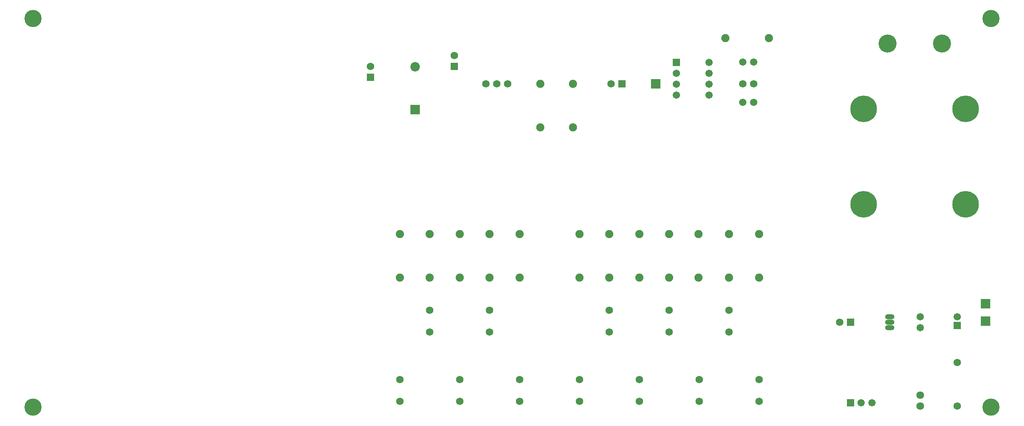
<source format=gts>
G04*
G04 #@! TF.GenerationSoftware,Altium Limited,CircuitMaker,2.2.1 (2.2.1.6)*
G04*
G04 Layer_Color=20142*
%FSAX24Y24*%
%MOIN*%
G70*
G04*
G04 #@! TF.SameCoordinates,9E9C5540-E167-4C1C-9640-90AE9AA1DF71*
G04*
G04*
G04 #@! TF.FilePolarity,Negative*
G04*
G01*
G75*
%ADD20R,0.0867X0.0867*%
%ADD21C,0.0749*%
%ADD22C,0.0867*%
%ADD23R,0.0680X0.0680*%
%ADD24C,0.0680*%
%ADD25C,0.1580*%
%ADD26C,0.0671*%
%ADD27R,0.0671X0.0671*%
%ADD28C,0.0710*%
%ADD29R,0.0671X0.0671*%
%ADD30O,0.0867X0.0474*%
%ADD31O,0.0867X0.0474*%
%ADD32C,0.2442*%
%ADD33C,0.1655*%
%ADD34R,0.0680X0.0680*%
%ADD35R,0.0690X0.0690*%
%ADD36C,0.0690*%
D20*
X099300Y021300D02*
D03*
X069000Y041500D02*
D03*
X099300Y019700D02*
D03*
X046900Y039132D02*
D03*
D21*
X056500Y027700D02*
D03*
Y023700D02*
D03*
X045500Y027700D02*
D03*
Y023700D02*
D03*
X048250Y027700D02*
D03*
Y023700D02*
D03*
X053750Y027700D02*
D03*
Y023700D02*
D03*
X051000Y027700D02*
D03*
Y023700D02*
D03*
X062000Y027700D02*
D03*
Y023700D02*
D03*
X067500Y027700D02*
D03*
Y023700D02*
D03*
X070250Y027700D02*
D03*
Y023700D02*
D03*
X078500Y027700D02*
D03*
Y023700D02*
D03*
X075750Y027700D02*
D03*
Y023700D02*
D03*
X072950Y027700D02*
D03*
Y023700D02*
D03*
X064750D02*
D03*
Y027700D02*
D03*
X079400Y045700D02*
D03*
X075400D02*
D03*
X061400Y037500D02*
D03*
Y041500D02*
D03*
X058400D02*
D03*
Y037500D02*
D03*
D22*
X046900Y043068D02*
D03*
D23*
X065892Y041500D02*
D03*
X086900Y019600D02*
D03*
D24*
X064908Y041500D02*
D03*
X064750Y018700D02*
D03*
Y020700D02*
D03*
X085916Y019600D02*
D03*
X096700Y015900D02*
D03*
Y011900D02*
D03*
X078500Y014350D02*
D03*
Y012350D02*
D03*
X073000Y014350D02*
D03*
Y012350D02*
D03*
X075750Y020700D02*
D03*
Y018700D02*
D03*
X070250Y020700D02*
D03*
Y018700D02*
D03*
X067500Y014350D02*
D03*
Y012350D02*
D03*
X062000Y014350D02*
D03*
Y012350D02*
D03*
X056500Y014350D02*
D03*
Y012350D02*
D03*
X053750Y020700D02*
D03*
Y018700D02*
D03*
X051000Y014350D02*
D03*
Y012350D02*
D03*
X048250Y020700D02*
D03*
Y018700D02*
D03*
X045500Y014350D02*
D03*
Y012350D02*
D03*
X053400Y041500D02*
D03*
X054400D02*
D03*
X055400D02*
D03*
X077000D02*
D03*
X078000D02*
D03*
X050500Y044100D02*
D03*
D25*
X099800Y047500D02*
D03*
Y011800D02*
D03*
X011800D02*
D03*
Y047500D02*
D03*
D26*
X093300Y019116D02*
D03*
Y020100D02*
D03*
X096700D02*
D03*
X087884Y012200D02*
D03*
X088869D02*
D03*
X077992Y039800D02*
D03*
X077008D02*
D03*
X078000Y043500D02*
D03*
X077016D02*
D03*
X073914Y040471D02*
D03*
Y041471D02*
D03*
Y042471D02*
D03*
Y043471D02*
D03*
X070914Y040471D02*
D03*
Y041471D02*
D03*
Y042471D02*
D03*
D27*
X096700Y019313D02*
D03*
D28*
X093300Y012900D02*
D03*
Y011900D02*
D03*
D29*
X086900Y012200D02*
D03*
X070914Y043471D02*
D03*
D30*
X090500Y020100D02*
D03*
D31*
Y019600D02*
D03*
Y019100D02*
D03*
D32*
X097482Y030448D02*
D03*
X088100D02*
D03*
Y039200D02*
D03*
X097482D02*
D03*
D33*
X095291Y045200D02*
D03*
X090291D02*
D03*
D34*
X050500Y043100D02*
D03*
D35*
X042800Y042100D02*
D03*
D36*
Y043100D02*
D03*
M02*

</source>
